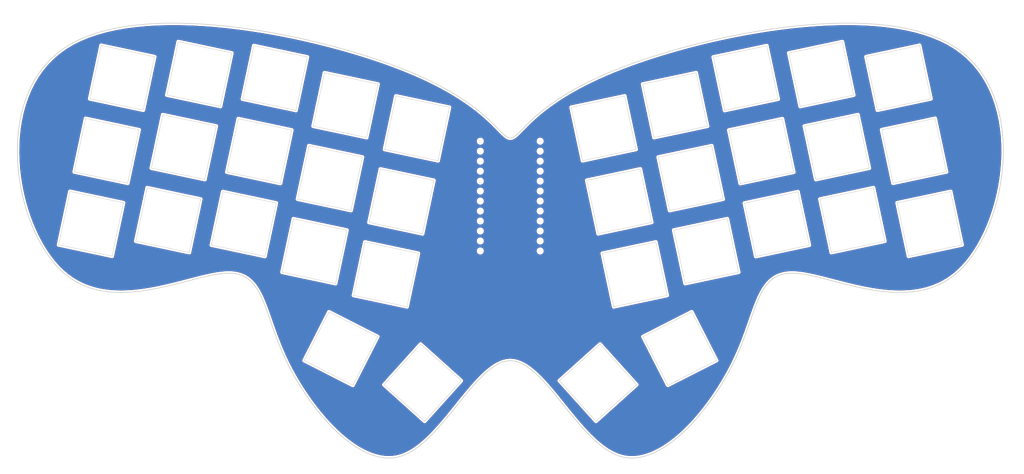
<source format=kicad_pcb>
(kicad_pcb (version 20211014) (generator pcbnew)
  (layers (0 "F.Cu" signal) (31 "B.Cu" signal) (34 "B.Paste" user) (35 "F.Paste" user) (36 "B.SilkS" user "B.Silkscreen") (37 "F.SilkS" user "F.Silkscreen") (38 "B.Mask" user) (39 "F.Mask" user) (44 "Edge.Cuts" user))
  (net 0 "")
  (footprint "footprints:MX_Cutout" (layer "F.Cu") (at 176.49 95.69 12)
    (fp_text reference "REF**" hide)
    (fp_text value "MX_Cutout")
    (fp_line (start -6.95 -6.95) (end 6.95 -6.95) (layer "Edge.Cuts") (width 0.12))
    (fp_line (start 6.95 6.95) (end -6.95 6.95) (layer "Edge.Cuts") (width 0.12))
    (fp_line (start 6.95 -6.95) (end 6.95 6.95) (layer "Edge.Cuts") (width 0.12))
    (fp_line (start -6.95 6.95) (end -6.95 -6.95) (layer "Edge.Cuts") (width 0.12))
  )
  (footprint "footprints:MX_Cutout" (layer "F.Cu") (at 65.78 81.89 -12)
    (fp_text reference "REF**" hide)
    (fp_text value "MX_Cutout")
    (fp_line (start -6.95 6.95) (end -6.95 -6.95) (layer "Edge.Cuts") (width 0.12))
    (fp_line (start 6.95 -6.95) (end 6.95 6.95) (layer "Edge.Cuts") (width 0.12))
    (fp_line (start -6.95 -6.95) (end 6.95 -6.95) (layer "Edge.Cuts") (width 0.12))
    (fp_line (start 6.95 6.95) (end -6.95 6.95) (layer "Edge.Cuts") (width 0.12))
  )
  (footprint "footprints:art" (layer "F.Cu") (at 148.792126 105.759188)
    (fp_text reference "G***" hide)
    (fp_text value "LOGO" hide)
  )
  (footprint "footprints:MX_Cutout" (layer "F.Cu") (at 216.57 101.49 12)
    (fp_text reference "REF**" hide)
    (fp_text value "MX_Cutout")
    (fp_line (start -6.95 6.95) (end -6.95 -6.95) (layer "Edge.Cuts") (width 0.12))
    (fp_line (start -6.95 -6.95) (end 6.95 -6.95) (layer "Edge.Cuts") (width 0.12))
    (fp_line (start 6.95 -6.95) (end 6.95 6.95) (layer "Edge.Cuts") (width 0.12))
    (fp_line (start 6.95 6.95) (end -6.95 6.95) (layer "Edge.Cuts") (width 0.12))
  )
  (footprint "footprints:MX_Cutout" (layer "F.Cu") (at 46.17 82.84 -12)
    (fp_text reference "REF**" hide)
    (fp_text value "MX_Cutout")
    (fp_line (start 6.95 -6.95) (end 6.95 6.95) (layer "Edge.Cuts") (width 0.12))
    (fp_line (start 6.95 6.95) (end -6.95 6.95) (layer "Edge.Cuts") (width 0.12))
    (fp_line (start -6.95 6.95) (end -6.95 -6.95) (layer "Edge.Cuts") (width 0.12))
    (fp_line (start -6.95 -6.95) (end 6.95 -6.95) (layer "Edge.Cuts") (width 0.12))
  )
  (footprint "footprints:MX_Cutout" (layer "F.Cu") (at 81.05 101.47 -12)
    (fp_text reference "REF**" hide)
    (fp_text value "MX_Cutout")
    (fp_line (start 6.95 6.95) (end -6.95 6.95) (layer "Edge.Cuts") (width 0.12))
    (fp_line (start -6.95 6.95) (end -6.95 -6.95) (layer "Edge.Cuts") (width 0.12))
    (fp_line (start -6.95 -6.95) (end 6.95 -6.95) (layer "Edge.Cuts") (width 0.12))
    (fp_line (start 6.95 -6.95) (end 6.95 6.95) (layer "Edge.Cuts") (width 0.12))
  )
  (footprint "footprints:MX_Cutout" (layer "F.Cu") (at 180.44 114.28 12)
    (fp_text reference "REF**" hide)
    (fp_text value "MX_Cutout")
    (fp_line (start -6.95 6.95) (end -6.95 -6.95) (layer "Edge.Cuts") (width 0.12))
    (fp_line (start 6.95 -6.95) (end 6.95 6.95) (layer "Edge.Cuts") (width 0.12))
    (fp_line (start 6.95 6.95) (end -6.95 6.95) (layer "Edge.Cuts") (width 0.12))
    (fp_line (start -6.95 -6.95) (end 6.95 -6.95) (layer "Edge.Cuts") (width 0.12))
  )
  (footprint "footprints:MX_Cutout" (layer "F.Cu") (at 171.1 141.85 42)
    (fp_text reference "REF**" hide)
    (fp_text value "MX_Cutout")
    (fp_line (start -6.95 6.95) (end -6.95 -6.95) (layer "Edge.Cuts") (width 0.12))
    (fp_line (start 6.95 -6.95) (end 6.95 6.95) (layer "Edge.Cuts") (width 0.12))
    (fp_line (start -6.95 -6.95) (end 6.95 -6.95) (layer "Edge.Cuts") (width 0.12))
    (fp_line (start 6.95 6.95) (end -6.95 6.95) (layer "Edge.Cuts") (width 0.12))
  )
  (footprint "footprints:MX_Cutout" (layer "F.Cu") (at 125.07 77.12 -12)
    (fp_text reference "REF**" hide)
    (fp_text value "MX_Cutout")
    (fp_line (start -6.95 -6.95) (end 6.95 -6.95) (layer "Edge.Cuts") (width 0.12))
    (fp_line (start 6.95 6.95) (end -6.95 6.95) (layer "Edge.Cuts") (width 0.12))
    (fp_line (start 6.95 -6.95) (end 6.95 6.95) (layer "Edge.Cuts") (width 0.12))
    (fp_line (start -6.95 6.95) (end -6.95 -6.95) (layer "Edge.Cuts") (width 0.12))
  )
  (footprint "footprints:MX_Cutout" (layer "F.Cu") (at 172.52 77.11 12)
    (fp_text reference "REF**" hide)
    (fp_text value "MX_Cutout")
    (fp_line (start -6.95 -6.95) (end 6.95 -6.95) (layer "Edge.Cuts") (width 0.12))
    (fp_line (start 6.95 -6.95) (end 6.95 6.95) (layer "Edge.Cuts") (width 0.12))
    (fp_line (start 6.95 6.95) (end -6.95 6.95) (layer "Edge.Cuts") (width 0.12))
    (fp_line (start -6.95 6.95) (end -6.95 -6.95) (layer "Edge.Cuts") (width 0.12))
  )
  (footprint "footprints:MX_Cutout" (layer "F.Cu") (at 190.69 71.21 12)
    (fp_text reference "REF**" hide)
    (fp_text value "MX_Cutout")
    (fp_line (start 6.95 -6.95) (end 6.95 6.95) (layer "Edge.Cuts") (width 0.12))
    (fp_line (start 6.95 6.95) (end -6.95 6.95) (layer "Edge.Cuts") (width 0.12))
    (fp_line (start -6.95 -6.95) (end 6.95 -6.95) (layer "Edge.Cuts") (width 0.12))
    (fp_line (start -6.95 6.95) (end -6.95 -6.95) (layer "Edge.Cuts") (width 0.12))
  )
  (footprint "footprints:MX_Cutout" (layer "F.Cu") (at 212.61 82.92 12)
    (fp_text reference "REF**" hide)
    (fp_text value "MX_Cutout")
    (fp_line (start -6.95 6.95) (end -6.95 -6.95) (layer "Edge.Cuts") (width 0.12))
    (fp_line (start 6.95 6.95) (end -6.95 6.95) (layer "Edge.Cuts") (width 0.12))
    (fp_line (start 6.95 -6.95) (end 6.95 6.95) (layer "Edge.Cuts") (width 0.12))
    (fp_line (start -6.95 -6.95) (end 6.95 -6.95) (layer "Edge.Cuts") (width 0.12))
  )
  (footprint "footprints:MX_Cutout" (layer "F.Cu") (at 121.12 95.71 -12)
    (fp_text reference "REF**" hide)
    (fp_text value "MX_Cutout")
    (fp_line (start -6.95 6.95) (end -6.95 -6.95) (layer "Edge.Cuts") (width 0.12))
    (fp_line (start -6.95 -6.95) (end 6.95 -6.95) (layer "Edge.Cuts") (width 0.12))
    (fp_line (start 6.95 -6.95) (end 6.95 6.95) (layer "Edge.Cuts") (width 0.12))
    (fp_line (start 6.95 6.95) (end -6.95 6.95) (layer "Edge.Cuts") (width 0.12))
  )
  (footprint "footprints:nice-nano" (layer "F.Cu") (at 148.7786 94.357)
    (fp_text reference "REF**" hide)
    (fp_text value "nice-nano")
    (pad "" np_thru_hole circle (at 7.61 1.27) (size 0.82 0.82) (drill 0.82) (layers F&B.Cu *.Mask))
    (pad "" np_thru_hole circle (at -7.61 -8.89) (size 0.82 0.82) (drill 0.82) (layers F&B.Cu *.Mask))
    (pad "" np_thru_hole circle (at -7.61 13.97) (size 0.82 0.82) (drill 0.82) (layers F&B.Cu *.Mask))
    (pad "" np_thru_hole circle (at -7.61 6.35) (size 0.82 0.82) (drill 0.82) (layers F&B.Cu *.Mask))
    (pad "" np_thru_hole circle (at 7.61 11.43) (size 0.82 0.82) (drill 0.82) (layers F&B.Cu *.Mask))
    (pad "" np_thru_hole circle (at -7.61 -6.35) (size 0.82 0.82) (drill 0.82) (layers F&B.Cu *.Mask))
    (pad "" np_thru_hole circle (at -7.61 11.43) (size 0.82 0.82) (drill 0.82) (layers F&B.Cu *.Mask))
    (pad "" np_thru_hole circle (at 7.61 -11.43) (size 0.82 0.82) (drill 0.82) (layers F&B.Cu *.Mask))
    (pad "" np_thru_hole circle (at 7.61 -8.89) (size 0.82 0.82) (drill 0.82) (layers F&B.Cu *.Mask))
    (pad "" np_thru_hole circle (at -7.61 -1.27) (size 0.82 0.82) (drill 0.82) (layers F&B.Cu *.Mask))
    (pad "" np_thru_hole circle (at 7.61 -6.35) (size 0.82 0.82) (drill 0.82) (layers F&B.Cu *.Mask))
    (pad "" np_thru_hole circle (at 7.61 13.97) (size 0.82 0.82) (drill 0.82) (layers F&B.Cu *.Mask))
    (pad "" np_thru_hole circle (at -7.61 -13.97) (size 0.82 0.82) (drill 0.82) (layers F&B.Cu *.Mask))
    (pad "" np_thru_hole circle (at 7.61 6.35) (size 0.82 0.82) (drill 0.82) (layers F&B.Cu *.Mask))
    (pad "" np_thru_hole circle (at -7.61 1.27) (size 0.82 0.82) (drill 0.82) (layers F&B.Cu *.Mask))
    (pad "" np_thru_hole circle (at -7.61 -11.43) (size 0.82 0.82) (drill 0.82) (layers F&B.Cu *.Mask))
    (pad "" np_thru_hole circle (at -7.61 3.81) (size 0.82 0.82) (drill 0.82) (layers F&B.Cu *.Mask))
    (pad "" np_thru_hole circle (at 7.61 3.81) (size 0.82 0.82) (drill 0.82) (layers F&B.Cu *.Mask))
    (pad "" np_thru_hole circle (at -7.61 8.89) (size 0.82 0.82) (drill 0.82) (layers F&B.Cu *.Mask))
    (pad "" np_thru_hole circle (at 7.61 -1.27) (size 0.82 0.82) (drill 0.82) (layers F&B.Cu *.Mask))
    (pad "" np_thru_hole circle (at -7.61 -3.81) (size 0.82 0.82) (drill 0.82) (layers F&B.Cu *.Mask))
    (pad "" np_thru_hole circle (at 7.61 -13.97) (size 0.82 0.82) (drill 0.82) (layers F&B.Cu *.Mask))
    (pad "" np_thru_hole circle (at 7.61 8.89) (size 0.82 0.82) (drill 0.82) (layers F&B.Cu *.Mask))
    (pad "" np_thru_hole circle (at 7.61 -3.81) (size 0.82 0.82) (drill 0.82) (layers F&B.Cu *.Mask))
  )
  (footprint "footprints:MX_Cutout" (layer "F.Cu") (at 42.2 101.41 -12)
    (fp_text reference "REF**" hide)
    (fp_text value "MX_Cutout")
    (fp_line (start 6.95 -6.95) (end 6.95 6.95) (layer "Edge.Cuts") (width 0.12))
    (fp_line (start -6.95 -6.95) (end 6.95 -6.95) (layer "Edge.Cuts") (width 0.12))
    (fp_line (start -6.95 6.95) (end -6.95 -6.95) (layer "Edge.Cuts") (width 0.12))
    (fp_line (start 6.95 6.95) (end -6.95 6.95) (layer "Edge.Cuts") (width 0.12))
  )
  (footprint "footprints:MX_Cutout" (layer "F.Cu") (at 251.45 82.83 12)
    (fp_text reference "REF**" hide)
    (fp_text value "MX_Cutout")
    (fp_line (start 6.95 6.95) (end -6.95 6.95) (layer "Edge.Cuts") (width 0.12))
    (fp_line (start -6.95 -6.95) (end 6.95 -6.95) (layer "Edge.Cuts") (width 0.12))
    (fp_line (start 6.95 -6.95) (end 6.95 6.95) (layer "Edge.Cuts") (width 0.12))
    (fp_line (start -6.95 6.95) (end -6.95 -6.95) (layer "Edge.Cuts") (width 0.12))
  )
  (footprint "footprints:MX_Cutout" (layer "F.Cu") (at 198.6 108.37 12)
    (fp_text reference "REF**" hide)
    (fp_text value "MX_Cutout")
    (fp_line (start -6.95 6.95) (end -6.95 -6.95) (layer "Edge.Cuts") (width 0.12))
    (fp_line (start 6.95 -6.95) (end 6.95 6.95) (layer "Edge.Cuts") (width 0.12))
    (fp_line (start -6.95 -6.95) (end 6.95 -6.95) (layer "Edge.Cuts") (width 0.12))
    (fp_line (start 6.95 6.95) (end -6.95 6.95) (layer "Edge.Cuts") (width 0.12))
  )
  (footprint "footprints:MX_Cutout" (layer "F.Cu") (at 106.91 71.21 -12)
    (fp_text reference "REF**" hide)
    (fp_text value "MX_Cutout")
    (fp_line (start 6.95 -6.95) (end 6.95 6.95) (layer "Edge.Cuts") (width 0.12))
    (fp_line (start 6.95 6.95) (end -6.95 6.95) (layer "Edge.Cuts") (width 0.12))
    (fp_line (start -6.95 6.95) (end -6.95 -6.95) (layer "Edge.Cuts") (width 0.12))
    (fp_line (start -6.95 -6.95) (end 6.95 -6.95) (layer "Edge.Cuts") (width 0.12))
  )
  (footprint "footprints:MX_Cutout" (layer "F.Cu") (at 231.82 81.89 12)
    (fp_text reference "REF**" hide)
    (fp_text value "MX_Cutout")
    (fp_line (start 6.95 -6.95) (end 6.95 6.95) (layer "Edge.Cuts") (width 0.12))
    (fp_line (start 6.95 6.95) (end -6.95 6.95) (layer "Edge.Cuts") (width 0.12))
    (fp_line (start -6.95 6.95) (end -6.95 -6.95) (layer "Edge.Cuts") (width 0.12))
    (fp_line (start -6.95 -6.95) (end 6.95 -6.95) (layer "Edge.Cuts") (width 0.12))
  )
  (footprint "footprints:MX_Cutout" (layer "F.Cu") (at 126.5 141.86 -42)
    (fp_text reference "REF**" hide)
    (fp_text value "MX_Cutout")
    (fp_line (start -6.95 -6.95) (end 6.95 -6.95) (layer "Edge.Cuts") (width 0.12))
    (fp_line (start 6.95 6.95) (end -6.95 6.95) (layer "Edge.Cuts") (width 0.12))
    (fp_line (start 6.95 -6.95) (end 6.95 6.95) (layer "Edge.Cuts") (width 0.12))
    (fp_line (start -6.95 6.95) (end -6.95 -6.95) (layer "Edge.Cuts") (width 0.12))
  )
  (footprint "footprints:MX_Cutout" (layer "F.Cu") (at 88.95 64.31 -12)
    (fp_text reference "REF**" hide)
    (fp_text value "MX_Cutout")
    (fp_line (start -6.95 6.95) (end -6.95 -6.95) (layer "Edge.Cuts") (width 0.12))
    (fp_line (start 6.95 -6.95) (end 6.95 6.95) (layer "Edge.Cuts") (width 0.12))
    (fp_line (start 6.95 6.95) (end -6.95 6.95) (layer "Edge.Cuts") (width 0.12))
    (fp_line (start -6.95 -6.95) (end 6.95 -6.95) (layer "Edge.Cuts") (width 0.12))
  )
  (footprint "footprints:MX_Cutout" (layer "F.Cu") (at 208.65 64.32 12)
    (fp_text reference "REF**" hide)
    (fp_text value "MX_Cutout")
    (fp_line (start 6.95 -6.95) (end 6.95 6.95) (layer "Edge.Cuts") (width 0.12))
    (fp_line (start 6.95 6.95) (end -6.95 6.95) (layer "Edge.Cuts") (width 0.12))
    (fp_line (start -6.95 -6.95) (end 6.95 -6.95) (layer "Edge.Cuts") (width 0.12))
    (fp_line (start -6.95 6.95) (end -6.95 -6.95) (layer "Edge.Cuts") (width 0.12))
  )
  (footprint "footprints:MX_Cutout" (layer "F.Cu") (at 227.86 63.3 12)
    (fp_text reference "REF**" hide)
    (fp_text value "MX_Cutout")
    (fp_line (start 6.95 6.95) (end -6.95 6.95) (layer "Edge.Cuts") (width 0.12))
    (fp_line (start -6.95 6.95) (end -6.95 -6.95) (layer "Edge.Cuts") (width 0.12))
    (fp_line (start 6.95 -6.95) (end 6.95 6.95) (layer "Edge.Cuts") (width 0.12))
    (fp_line (start -6.95 -6.95) (end 6.95 -6.95) (layer "Edge.Cuts") (width 0.12))
  )
  (footprint "footprints:MX_Cutout" (layer "F.Cu") (at 105.73 133.17 -27)
    (fp_text reference "REF**" hide)
    (fp_text value "MX_Cutout")
    (fp_line (start 6.95 -6.95) (end 6.95 6.95) (layer "Edge.Cuts") (width 0.12))
    (fp_line (start 6.95 6.95) (end -6.95 6.95) (layer "Edge.Cuts") (width 0.12))
    (fp_line (start -6.95 6.95) (end -6.95 -6.95) (layer "Edge.Cuts") (width 0.12))
    (fp_line (start -6.95 -6.95) (end 6.95 -6.95) (layer "Edge.Cuts") (width 0.12))
  )
  (footprint "footprints:MX_Cutout" (layer "F.Cu") (at 191.88 133.16 27)
    (fp_text reference "REF**" hide)
    (fp_text value "MX_Cutout")
    (fp_line (start -6.95 -6.95) (end 6.95 -6.95) (layer "Edge.Cuts") (width 0.12))
    (fp_line (start -6.95 6.95) (end -6.95 -6.95) (layer "Edge.Cuts") (width 0.12))
    (fp_line (start 6.95 6.95) (end -6.95 6.95) (layer "Edge.Cuts") (width 0.12))
    (fp_line (start 6.95 -6.95) (end 6.95 6.95) (layer "Edge.Cuts") (width 0.12))
  )
  (footprint "footprints:MX_Cutout" (layer "F.Cu") (at 255.4 101.43 12)
    (fp_text reference "REF**" hide)
    (fp_text value "MX_Cutout")
    (fp_line (start -6.95 -6.95) (end 6.95 -6.95) (layer "Edge.Cuts") (width 0.12))
    (fp_line (start 6.95 -6.95) (end 6.95 6.95) (layer "Edge.Cuts") (width 0.12))
    (fp_line (start -6.95 6.95) (end -6.95 -6.95) (layer "Edge.Cuts") (width 0.12))
    (fp_line (start 6.95 6.95) (end -6.95 6.95) (layer "Edge.Cuts") (width 0.12))
  )
  (footprint "footprints:MX_Cutout" (layer "F.Cu") (at 84.99 82.9 -12)
    (fp_text reference "REF**" hide)
    (fp_text value "MX_Cutout")
    (fp_line (start 6.95 6.95) (end -6.95 6.95) (layer "Edge.Cuts") (width 0.12))
    (fp_line (start -6.95 -6.95) (end 6.95 -6.95) (layer "Edge.Cuts") (width 0.12))
    (fp_line (start -6.95 6.95) (end -6.95 -6.95) (layer "Edge.Cuts") (width 0.12))
    (fp_line (start 6.95 -6.95) (end 6.95 6.95) (layer "Edge.Cuts") (width 0.12))
  )
  (footprint "footprints:MX_Cutout" (layer "F.Cu") (at 235.77 100.48 12)
    (fp_text reference "REF**" hide)
    (fp_text value "MX_Cutout")
    (fp_line (start -6.95 6.95) (end -6.95 -6.95) (layer "Edge.Cuts") (width 0.12))
    (fp_line (start 6.95 6.95) (end -6.95 6.95) (layer "Edge.Cuts") (width 0.12))
    (fp_line (start 6.95 -6.95) (end 6.95 6.95) (layer "Edge.Cuts") (width 0.12))
    (fp_line (start -6.95 -6.95) (end 6.95 -6.95) (layer "Edge.Cuts") (width 0.12))
  )
  (footprint "footprints:MX_Cutout" (layer "F.Cu") (at 102.95 89.78 -12)
    (fp_text reference "REF**" hide)
    (fp_text value "MX_Cutout")
    (fp_line (start -6.95 6.95) (end -6.95 -6.95) (layer "Edge.Cuts") (width 0.12))
    (fp_line (start 6.95 6.95) (end -6.95 6.95) (layer "Edge.Cuts") (width 0.12))
    (fp_line (start 6.95 -6.95) (end 6.95 6.95) (layer "Edge.Cuts") (width 0.12))
    (fp_line (start -6.95 -6.95) (end 6.95 -6.95) (layer "Edge.Cuts") (width 0.12))
  )
  (footprint "footprints:MX_Cutout" (layer "F.Cu") (at 194.65 89.79 12)
    (fp_text reference "REF**" hide)
    (fp_text value "MX_Cutout")
    (fp_line (start 6.95 -6.95) (end 6.95 6.95) (layer "Edge.Cuts") (width 0.12))
    (fp_line (start 6.95 6.95) (end -6.95 6.95) (layer "Edge.Cuts") (width 0.12))
    (fp_line (start -6.95 6.95) (end -6.95 -6.95) (layer "Edge.Cuts") (width 0.12))
    (fp_line (start -6.95 -6.95) (end 6.95 -6.95) (layer "Edge.Cuts") (width 0.12))
  )
  (footprint "footprints:MX_Cutout" (layer "F.Cu") (at 247.49 64.24 12)
    (fp_text reference "REF**" hide)
    (fp_text value "MX_Cutout")
    (fp_line (start -6.95 6.95) (end -6.95 -6.95) (layer "Edge.Cuts") (width 0.12))
    (fp_line (start -6.95 -6.95) (end 6.95 -6.95) (layer "Edge.Cuts") (width 0.12))
    (fp_line (start 6.95 -6.95) (end 6.95 6.95) (layer "Edge.Cuts") (width 0.12))
    (fp_line (start 6.95 6.95) (end -6.95 6.95) (layer "Edge.Cuts") (width 0.12))
  )
  (footprint "footprints:MX_Cutout" (layer "F.Cu") (at 61.83 100.48 -12)
    (fp_text reference "REF**" hide)
    (fp_text value "MX_Cutout")
    (fp_line (start 6.95 -6.95) (end 6.95 6.95) (layer "Edge.Cuts") (width 0.12))
    (fp_line (start -6.95 6.95) (end -6.95 -6.95) (layer "Edge.Cuts") (width 0.12))
    (fp_line (start -6.95 -6.95) (end 6.95 -6.95) (layer "Edge.Cuts") (width 0.12))
    (fp_line (start 6.95 6.95) (end -6.95 6.95) (layer "Edge.Cuts") (width 0.12))
  )
  (footprint "footprints:MX_Cutout" (layer "F.Cu") (at 117.18 114.28 -12)
    (fp_text reference "REF**" hide)
    (fp_text value "MX_Cutout")
    (fp_line (start 6.95 -6.95) (end 6.95 6.95) (layer "Edge.Cuts") (width 0.12))
    (fp_line (start -6.95 -6.95) (end 6.95 -6.95) (layer "Edge.Cuts") (width 0.12))
    (fp_line (start 6.95 6.95) (end -6.95 6.95) (layer "Edge.Cuts") (width 0.12))
    (fp_line (start -6.95 6.95) (end -6.95 -6.95) (layer "Edge.Cuts") (width 0.12))
  )
  (footprint "footprints:MX_Cutout" (layer "F.Cu") (at 99.01 108.38 -12)
    (fp_text reference "REF**" hide)
    (fp_text value "MX_Cutout")
    (fp_line (start -6.95 6.95) (end -6.95 -6.95) (layer "Edge.Cuts") (width 0.12))
    (fp_line (start 6.95 6.95) (end -6.95 6.95) (layer "Edge.Cuts") (width 0.12))
    (fp_line (start 6.95 -6.95) (end 6.95 6.95) (layer "Edge.Cuts") (width 0.12))
    (fp_line (start -6.95 -6.95) (end 6.95 -6.95) (layer "Edge.Cuts") (width 0.12))
  )
  (footprint "footprints:MX_Cutout" (layer "F.Cu") (at 69.74 63.29 -12)
    (fp_text reference "REF**" hide)
    (fp_text value "MX_Cutout")
    (fp_line (start -6.95 6.95) (end -6.95 -6.95) (layer "Edge.Cuts") (width 0.12))
    (fp_line (start 6.95 6.95) (end -6.95 6.95) (layer "Edge.Cuts") (width 0.12))
    (fp_line (start -6.95 -6.95) (end 6.95 -6.95) (layer "Edge.Cuts") (width 0.12))
    (fp_line (start 6.95 -6.95) (end 6.95 6.95) (layer "Edge.Cuts") (width 0.12))
  )
  (footprint "footprints:MX_Cutout" (layer "F.Cu") (at 50.12 64.24 -12)
    (fp_text reference "REF**" hide)
    (fp_text value "MX_Cutout")
    (fp_line (start 6.95 -6.95) (end 6.95 6.95) (layer "Edge.Cuts") (width 0.12))
    (fp_line (start -6.95 -6.95) (end 6.95 -6.95) (layer "Edge.Cuts") (width 0.12))
    (fp_line (start -6.95 6.95) (end -6.95 -6.95) (layer "Edge.Cuts") (width 0.12))
    (fp_line (start 6.95 6.95) (end -6.95 6.95) (layer "Edge.Cuts") (width 0.12))
  )
  (gr_curve (pts (xy 76.723216 113.967348) (xy 86.279656 113.633728) (xy 85.800956 123.688978) (xy 91.797056 136.209408)) (layer "Edge.Cuts") (width 0.2))
  (gr_curve (pts (xy 148.805906 79.602737) (xy 146.124416 79.602809) (xy 143.442156 70.496367) (xy 120.515586 61.630986)) (layer "Edge.Cuts") (width 0.2))
  (gr_curve (pts (xy 176.767766 160.592528) (xy 187.348526 163.714078) (xy 199.818616 148.729838) (xy 205.814716 136.209408)) (layer "Edge.Cuts") (width 0.2))
  (gr_curve (pts (xy 148.805926 136.243188) (xy 157.496606 136.243278) (xy 166.187006 157.470988) (xy 176.767766 160.592528)) (layer "Edge.Cuts") (width 0.2))
  (gr_curve (pts (xy 261.988346 56.529889) (xy 243.192166 44.137462) (xy 200.022756 52.765604) (xy 177.095836 61.632174)) (layer "Edge.Cuts") (width 0.2))
  (gr_curve (pts (xy 220.888556 113.967348) (xy 230.445006 114.300968) (xy 250.035136 125.023538) (xy 262.620316 113.678538)) (layer "Edge.Cuts") (width 0.2))
  (gr_curve (pts (xy 91.797056 136.209408) (xy 97.793156 148.729838) (xy 110.263246 163.714078) (xy 120.843996 160.592538)) (layer "Edge.Cuts") (width 0.2))
  (gr_curve (pts (xy 177.095836 61.632174) (xy 154.168916 70.498743) (xy 151.487406 79.602665) (xy 148.805906 79.602737)) (layer "Edge.Cuts") (width 0.2))
  (gr_line (start 176.767766 160.592528) (end 176.767766 160.592528) (layer "Edge.Cuts") (width 0.2))
  (gr_curve (pts (xy 120.843996 160.592538) (xy 131.424756 157.470988) (xy 140.115246 136.243098) (xy 148.805926 136.243188)) (layer "Edge.Cuts") (width 0.2))
  (gr_curve (pts (xy 120.515586 61.630986) (xy 97.589016 52.765604) (xy 54.419606 44.137463) (xy 35.623424 56.529889)) (layer "Edge.Cuts") (width 0.2))
  (gr_curve (pts (xy 262.620316 113.678538) (xy 275.205486 102.333538) (xy 280.784526 68.922316) (xy 261.988346 56.529889)) (layer "Edge.Cuts") (width 0.2))
  (gr_curve (pts (xy 35.623424 56.529889) (xy 16.827241 68.922316) (xy 22.406281 102.333538) (xy 34.991457 113.678538)) (layer "Edge.Cuts") (width 0.2))
  (gr_curve (pts (xy 205.814716 136.209408) (xy 211.810816 123.688978) (xy 211.332116 113.633728) (xy 220.888556 113.967348)) (layer "Edge.Cuts") (width 0.2))
  (gr_curve (pts (xy 34.991457 113.678538) (xy 47.576636 125.023538) (xy 67.166766 114.300968) (xy 76.723216 113.967348)) (layer "Edge.Cuts") (width 0.2))
  (zone (net 0) (net_name "") (layers F&B.Cu) (connect_pads (clearance 0.508)) (min_thickness 0.254) (fill yes (thermal_gap 0.508) (thermal_bridge_width 0.508))
    (polygon (pts (xy 279.4 165.1) (xy 19.05 165.1) (xy 19.05 44.45) (xy 279.4 44.45)))
  )
)
</source>
